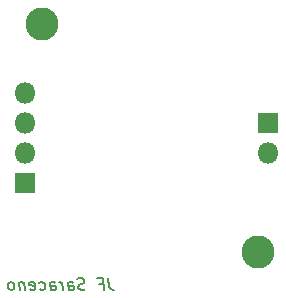
<source format=gbr>
%TF.GenerationSoftware,KiCad,Pcbnew,5.1.6-c6e7f7d~87~ubuntu18.04.1*%
%TF.CreationDate,2021-12-07T18:17:24-08:00*%
%TF.ProjectId,full-wave-rectifier,66756c6c-2d77-4617-9665-2d7265637469,rev?*%
%TF.SameCoordinates,Original*%
%TF.FileFunction,Soldermask,Bot*%
%TF.FilePolarity,Negative*%
%FSLAX46Y46*%
G04 Gerber Fmt 4.6, Leading zero omitted, Abs format (unit mm)*
G04 Created by KiCad (PCBNEW 5.1.6-c6e7f7d~87~ubuntu18.04.1) date 2021-12-07 18:17:24*
%MOMM*%
%LPD*%
G01*
G04 APERTURE LIST*
%ADD10C,0.150000*%
%ADD11O,1.800000X1.800000*%
%ADD12R,1.800000X1.800000*%
%ADD13C,2.800000*%
G04 APERTURE END LIST*
D10*
X148874032Y-108672380D02*
X148963318Y-109386666D01*
X149028794Y-109529523D01*
X149135937Y-109624761D01*
X149284747Y-109672380D01*
X149379985Y-109672380D01*
X148124032Y-109148571D02*
X148457366Y-109148571D01*
X148522842Y-109672380D02*
X148397842Y-108672380D01*
X147921651Y-108672380D01*
X146945461Y-109624761D02*
X146808556Y-109672380D01*
X146570461Y-109672380D01*
X146469270Y-109624761D01*
X146415699Y-109577142D01*
X146356175Y-109481904D01*
X146344270Y-109386666D01*
X146379985Y-109291428D01*
X146421651Y-109243809D01*
X146510937Y-109196190D01*
X146695461Y-109148571D01*
X146784747Y-109100952D01*
X146826413Y-109053333D01*
X146862127Y-108958095D01*
X146850223Y-108862857D01*
X146790699Y-108767619D01*
X146737127Y-108720000D01*
X146635937Y-108672380D01*
X146397842Y-108672380D01*
X146260937Y-108720000D01*
X145522842Y-109672380D02*
X145457366Y-109148571D01*
X145493080Y-109053333D01*
X145582366Y-109005714D01*
X145772842Y-109005714D01*
X145874032Y-109053333D01*
X145516889Y-109624761D02*
X145618080Y-109672380D01*
X145856175Y-109672380D01*
X145945461Y-109624761D01*
X145981175Y-109529523D01*
X145969270Y-109434285D01*
X145909747Y-109339047D01*
X145808556Y-109291428D01*
X145570461Y-109291428D01*
X145469270Y-109243809D01*
X145046651Y-109672380D02*
X144963318Y-109005714D01*
X144987127Y-109196190D02*
X144927604Y-109100952D01*
X144874032Y-109053333D01*
X144772842Y-109005714D01*
X144677604Y-109005714D01*
X143999032Y-109672380D02*
X143933556Y-109148571D01*
X143969270Y-109053333D01*
X144058556Y-109005714D01*
X144249032Y-109005714D01*
X144350223Y-109053333D01*
X143993080Y-109624761D02*
X144094270Y-109672380D01*
X144332366Y-109672380D01*
X144421651Y-109624761D01*
X144457366Y-109529523D01*
X144445461Y-109434285D01*
X144385937Y-109339047D01*
X144284747Y-109291428D01*
X144046651Y-109291428D01*
X143945461Y-109243809D01*
X143088318Y-109624761D02*
X143189508Y-109672380D01*
X143379985Y-109672380D01*
X143469270Y-109624761D01*
X143510937Y-109577142D01*
X143546651Y-109481904D01*
X143510937Y-109196190D01*
X143451413Y-109100952D01*
X143397842Y-109053333D01*
X143296651Y-109005714D01*
X143106175Y-109005714D01*
X143016889Y-109053333D01*
X142278794Y-109624761D02*
X142379985Y-109672380D01*
X142570461Y-109672380D01*
X142659747Y-109624761D01*
X142695461Y-109529523D01*
X142647842Y-109148571D01*
X142588318Y-109053333D01*
X142487127Y-109005714D01*
X142296651Y-109005714D01*
X142207366Y-109053333D01*
X142171651Y-109148571D01*
X142183556Y-109243809D01*
X142671651Y-109339047D01*
X141725223Y-109005714D02*
X141808556Y-109672380D01*
X141737127Y-109100952D02*
X141683556Y-109053333D01*
X141582366Y-109005714D01*
X141439508Y-109005714D01*
X141350223Y-109053333D01*
X141314508Y-109148571D01*
X141379985Y-109672380D01*
X140760937Y-109672380D02*
X140850223Y-109624761D01*
X140891889Y-109577142D01*
X140927604Y-109481904D01*
X140891889Y-109196190D01*
X140832366Y-109100952D01*
X140778794Y-109053333D01*
X140677604Y-109005714D01*
X140534747Y-109005714D01*
X140445461Y-109053333D01*
X140403794Y-109100952D01*
X140368080Y-109196190D01*
X140403794Y-109481904D01*
X140463318Y-109577142D01*
X140516889Y-109624761D01*
X140618080Y-109672380D01*
X140760937Y-109672380D01*
D11*
%TO.C,J2*%
X141859000Y-92964000D03*
X141859000Y-95504000D03*
X141859000Y-98044000D03*
D12*
X141859000Y-100584000D03*
%TD*%
D11*
%TO.C,J1*%
X162433000Y-98044000D03*
D12*
X162433000Y-95504000D03*
%TD*%
D13*
%TO.C,H2*%
X161544000Y-106426000D03*
%TD*%
%TO.C,H1*%
X143256000Y-87122000D03*
%TD*%
M02*

</source>
